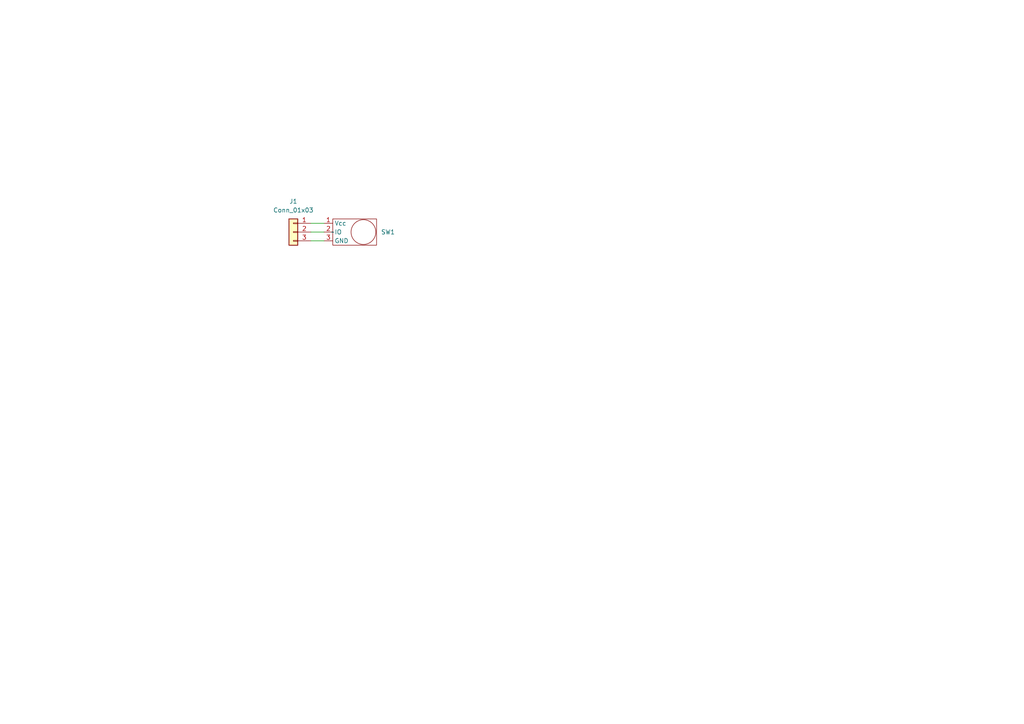
<source format=kicad_sch>
(kicad_sch (version 20231120) (generator "eeschema") (generator_version "8.0")
  (paper "A4")
  (lib_symbols
    (symbol "Connector_Generic:Conn_01x03" (pin_names (offset 1.016) hide)
      (property "Reference" "J" (at 0 5.08 0))
      (property "Value" "Conn_01x03" (at 0 -5.08 0))
      (symbol "Conn_01x03_1_1"
        (rectangle (start -1.27 -2.413) (end 0 -2.667) (stroke (width 0.1524)))
        (rectangle (start -1.27 0.127) (end 0 -0.127) (stroke (width 0.1524)))
        (rectangle (start -1.27 2.667) (end 0 2.413) (stroke (width 0.1524)))
        (rectangle (start -1.27 3.81) (end 1.27 -3.81) (stroke (width 0.254)) (fill (type background)))
        (pin passive line (at -5.08 2.54 0) (length 3.81) (name "Pin_1") (number "1"))
        (pin passive line (at -5.08 0 0) (length 3.81) (name "Pin_2") (number "2"))
        (pin passive line (at -5.08 -2.54 0) (length 3.81) (name "Pin_3") (number "3"))
      )
    )
    (symbol "TTP223:TTP223"
      (property "Reference" "SW1" (at 13.97 0 0))
      (property "Value" "~" (at 0 0 0))
      (symbol "TTP223_0_1"
        (rectangle (start 0 3.81) (end 12.7 -3.81))
        (circle (center 8.89 0) (radius 3.5921))
      )
      (symbol "TTP223_1_1"
        (pin passive line (at -2.54 2.54 0) (length 2.54) (name "Vcc") (number "1"))
        (pin passive line (at -2.54 0 0) (length 2.54) (name "IO") (number "2"))
        (pin passive line (at -2.54 -2.54 0) (length 2.54) (name "GND") (number "3"))
      )
    )
  )
  (wire (pts (xy 90.17 69.85) (xy 93.98 69.85)))
  (wire (pts (xy 90.17 64.77) (xy 93.98 64.77)))
  (wire (pts (xy 90.17 67.31) (xy 93.98 67.31)))
  (symbol (lib_id "TTP223:TTP223") (at 96.52 67.31 0) (unit 1)
    (property "Reference" "SW1" (at 110.49 67.31 0) (effects (justify left)))
    (property "Value" "~" (at 96.52 67.31 0))
    (property "Footprint" "ハンドル基板:TTP223" (effects (hide yes)))
  )
  (symbol (lib_id "Connector_Generic:Conn_01x03") (at 85.09 67.31 0) (mirror y) (unit 1)
    (property "Reference" "J1" (at 85.09 58.42 0))
    (property "Value" "Conn_01x03" (at 85.09 60.96 0))
    (property "Footprint" "Connector_JST:JST_XH_S3B-XH-A_1x03_P2.50mm_Horizontal" (effects (hide yes)))
  )
)
</source>
